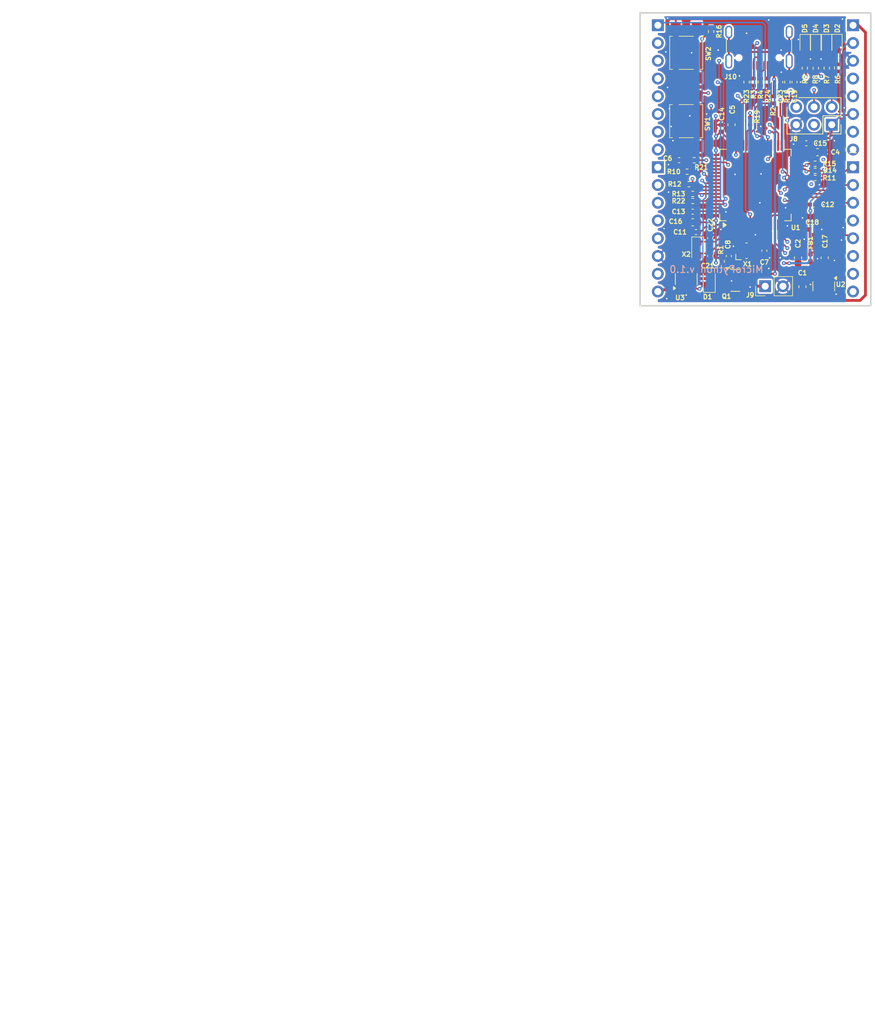
<source format=kicad_pcb>
(kicad_pcb (version 20241229) (generator "pcbnew") (generator_version "9.0")
  (layers (0 "F.Cu" signal) (4 "In1.Cu" signal) (6 "In2.Cu" signal) (2 "B.Cu" signal) (13 "F.Paste" user) (15 "B.Paste" user) (5 "F.SilkS" user "F.Silkscreen") (7 "B.SilkS" user "B.Silkscreen") (1 "F.Mask" user) (3 "B.Mask" user) (25 "Edge.Cuts" user))
  (net 0 "")
  (net 1 "/PB12-Y5")
  (net 2 "/PA9-VBUS")
  (net 3 "/PC13-X18")
  (net 4 "/PB14-Y7")
  (net 5 "Net-(U1-VCAP_1)")
  (net 6 "/PB1-Y12")
  (net 7 "/PB9-Y4")
  (net 8 "/PA7-X8")
  (net 9 "/PC3-X22")
  (net 10 "/PA0-X1")
  (net 11 "/PB3-SW-X17")
  (net 12 "/N1")
  (net 13 "/PB13-Y6")
  (net 14 "/PB5-MMA_AVDD")
  (net 15 "/PB7-SDA-X10")
  (net 16 "/PC11-SDIO_D3")
  (net 17 "/PC9-SDIO_D1")
  (net 18 "/PB11-Y10")
  (net 19 "Net-(U1-VCAP_2)")
  (net 20 "/PA1-X2")
  (net 21 "/PA4-X5")
  (net 22 "/PA3-X4")
  (net 23 "/N4")
  (net 24 "/PC4-X11")
  (net 25 "/PC6-Y1")
  (net 26 "/PB15-Y8")
  (net 27 "/PA8-SDIO_SW")
  (net 28 "/PA5-X6")
  (net 29 "/PA2-X3")
  (net 30 "/PA10-ID")
  (net 31 "/PC1-X20")
  (net 32 "/N3")
  (net 33 "/PB0-Y11")
  (net 34 "/VDDA")
  (net 35 "/PC8-SDIO_D0")
  (net 36 "/PC2-X21")
  (net 37 "/PB6-SCL-X9")
  (net 38 "/PC12-SDIO_CK")
  (net 39 "/PC5-X12")
  (net 40 "/PA6-X7")
  (net 41 "/PC0-X19")
  (net 42 "/RST-SW")
  (net 43 "/PB8-Y3")
  (net 44 "/PC10-SDIO_D2")
  (net 45 "/PC7-Y2")
  (net 46 "/PB10-Y9")
  (net 47 "GND")
  (net 48 "V+")
  (net 49 "+3V3")
  (net 50 "VBackup")
  (net 51 "/R")
  (net 52 "/G")
  (net 53 "/Y")
  (net 54 "VBUS")
  (net 55 "VBAT")
  (net 56 "/B")
  (net 57 "Net-(J10-SHIELD)")
  (net 59 "/USR-SW")
  (net 60 "/PB2-BOOT1-MMA-INT")
  (net 61 "/BOOT0")
  (net 63 "/CC1")
  (net 65 "/CC2")
  (net 66 "/D-")
  (net 67 "/D+")
  (net 68 "/PD2-SDIO_CMD")
  (net 69 "/PA13-SWDIO")
  (net 71 "/PA14-SWCLCK")
  (net 72 "/PA15-TDI")
  (net 73 "/PB4-TRST")
  (net 74 "/N2")
  (net 75 "/USB_P")
  (net 76 "/USB_N")
  (footprint "Package_TO_SOT_SMD:SOT-23" (layer "F.Cu") (at 140.6375 88.58)
    (property "Reference" "Q1")
    (property "Value" "PMF170XP")
  )
  (footprint "LED_SMD:LED_0603_1608Metric" (layer "F.Cu") (at 150.622 54.864 -90)
    (property "Reference" "D5")
    (property "Value" "LED-BLUE")
  )
  (footprint "Capacitor_SMD:C_0402_1005Metric" (layer "F.Cu") (at 137.033 82.55 90)
    (property "Reference" "C22")
    (property "Value" "12pF")
  )
  (footprint "Resistor_SMD:R_0402_1005Metric" (layer "F.Cu") (at 133.731 73.025 180)
    (property "Reference" "R10")
    (property "Value" "100k")
  )
  (footprint "Capacitor_SMD:C_0402_1005Metric" (layer "F.Cu") (at 149.098 60.198 -90)
    (property "Reference" "C19")
    (property "Value" "4.7nF")
  )
  (footprint "Connector_USB:USB_C_Receptacle_GCT_USB4105-xx-A_16P_TopMnt_Horizontal" (layer "F.Cu") (at 144.018 54.102 180)
    (property "Reference" "J10")
    (property "Value" "USB4105-GF-A")
  )
  (footprint "Resistor_SMD:R_0402_1005Metric" (layer "F.Cu") (at 142.24 60.198 -90)
    (property "Reference" "R23")
    (property "Value" "5.1k")
  )
  (footprint "Crystal:Crystal_SMD_2012-2Pin_2.0x1.2mm_HandSoldering" (layer "F.Cu") (at 135.255 84.074 -90)
    (property "Reference" "X2")
    (property "Value" "32.768 kHz")
  )
  (footprint "Capacitor_SMD:C_0603_1608Metric" (layer "F.Cu") (at 140.081 66.294 90)
    (property "Reference" "C5")
    (property "Value" "2u2")
  )
  (footprint "Resistor_SMD:R_0402_1005Metric" (layer "F.Cu") (at 142.748 65.786 -90)
    (property "Reference" "R19")
    (property "Value" "100k")
  )
  (footprint "Resistor_SMD:R_0402_1005Metric" (layer "F.Cu") (at 152.059 72.898 180)
    (property "Reference" "R14")
    (property "Value" "4k7")
  )
  (footprint "Inductor_SMD:L_0402_1005Metric" (layer "F.Cu") (at 151.384 85.344 90)
    (property "Reference" "FB1")
    (property "Value" "1k@100MHz")
  )
  (footprint "Resistor_SMD:R_0402_1005Metric" (layer "F.Cu") (at 152.059 73.914)
    (property "Reference" "R11")
    (property "Value" "100k")
  )
  (footprint "Resistor_SMD:R_0402_1005Metric" (layer "F.Cu") (at 153.7208 58.206 90)
    (property "Reference" "R7")
    (property "Value" "560R")
  )
  (footprint "Resistor_SMD:R_0402_1005Metric" (layer "F.Cu") (at 152.146 58.206 90)
    (property "Reference" "R8")
    (property "Value" "560R")
  )
  (footprint "Connector_PinHeader_2.54mm:PinHeader_1x02_P2.54mm_Vertical" (layer "F.Cu") (at 144.907 89.408 90)
    (property "Reference" "J9")
    (property "Value" "Conn_01x02")
  )
  (footprint "Capacitor_SMD:C_0603_1608Metric" (layer "F.Cu") (at 150.241 89.4865 90)
    (property "Reference" "C1")
    (property "Value" "2u2")
  )
  (footprint "Connector_PinHeader_2.54mm:PinHeader_1x08_P2.54mm_Vertical" (layer "F.Cu") (at 129.54 72.39)
    (property "Reference" "J2" (hide yes))
    (property "Value" "Conn_01x08")
  )
  (footprint "LED_SMD:LED_0603_1608Metric" (layer "F.Cu") (at 155.194 54.8532 -90)
    (property "Reference" "D2")
    (property "Value" "LED-RED")
  )
  (footprint "Resistor_SMD:R_0402_1005Metric" (layer "F.Cu") (at 152.059 71.882 180)
    (property "Reference" "R15")
    (property "Value" "4k7")
  )
  (footprint "Capacitor_SMD:C_0603_1608Metric" (layer "F.Cu") (at 152.4 70.231)
    (property "Reference" "C4")
    (property "Value" "2u2")
  )
  (footprint "Resistor_SMD:R_0402_1005Metric" (layer "F.Cu") (at 150.5712 58.206 90)
    (property "Reference" "R9")
    (property "Value" "270R")
  )
  (footprint "Resistor_SMD:R_0402_1005Metric" (layer "F.Cu") (at 137.16 52.959 90)
    (property "Reference" "R16")
    (property "Value" "4k7")
  )
  (footprint "Resistor_SMD:R_0402_1005Metric" (layer "F.Cu") (at 143.256 60.198 90)
    (property "Reference" "R3")
    (property "Value" "22R")
  )
  (footprint "Capacitor_SMD:C_0402_1005Metric" (layer "F.Cu") (at 150.789 68.961)
    (property "Reference" "C15")
    (property "Value" "100n")
  )
  (footprint "Diode_SMD:D_SOD-323" (layer "F.Cu") (at 136.906 88.68 90)
    (property "Reference" "D1")
    (property "Value" "BAS316-TP")
  )
  (footprint "Crystal:Crystal_SMD_Abracon_ABM10-4Pin_2.5x2.0mm" (layer "F.Cu") (at 142.24 84.328 90)
    (property "Reference" "X1")
    (property "Value" "12 MHz")
  )
  (footprint "Capacitor_SMD:C_0603_1608Metric" (layer "F.Cu") (at 149.606 85.344 90)
    (property "Reference" "C2")
    (property "Value" "4u7")
  )
  (footprint "Connector_PinSocket_2.54mm:PinSocket_2x03_P2.54mm_Vertical" (layer "F.Cu") (at 154.432 66.294 -90)
    (property "Reference" "J8")
    (property "Value" "Conn_02x03_Odd_Even")
  )
  (footprint "Capacitor_SMD:C_0402_1005Metric" (layer "F.Cu") (at 139.7 85.09 -90)
    (property "Reference" "C8")
    (property "Value" "12pF")
  )
  (footprint "Resistor_SMD:R_0402_1005Metric" (layer "F.Cu") (at 134.533 76.2)
    (property "Reference" "R13")
    (property "Value" "4k7")
  )
  (footprint "LED_SMD:LED_0603_1608Metric" (layer "F.Cu") (at 153.7088 54.864 -90)
    (property "Reference" "D3")
    (property "Value" "LED-GREEN")
  )
  (footprint "Capacitor_SMD:C_0402_1005Metric" (layer "F.Cu") (at 151.805 77.724)
    (property "Reference" "C12")
    (property "Value" "100n")
  )
  (footprint "Button_Switch_SMD:SW_SPST_TL3305B" (layer "F.Cu") (at 133.604 65.786 -90)
    (property "Reference" "SW1")
    (property "Value" "SW_SPST")
  )
  (footprint "Capacitor_SMD:C_0402_1005Metric" (layer "F.Cu") (at 132.588 71.374 180)
    (property "Reference" "C6")
    (property "Value" "100n")
  )
  (footprint "Capacitor_SMD:C_0603_1608Metric" (layer "F.Cu") (at 134.533 80.264 180)
    (property "Reference" "C16")
    (property "Value" "4.7u")
  )
  (footprint "Capacitor_SMD:C_0402_1005Metric" (layer "F.Cu") (at 147.066 60.198 90)
    (property "Reference" "C23")
    (property "Value" "100nF")
  )
  (footprint "Resistor_SMD:R_0402_1005Metric" (layer "F.Cu") (at 134.747 71.374)
    (property "Reference" "R21")
    (property "Value" "4k7")
  )
  (footprint "Capacitor_SMD:C_0402_1005Metric" (layer "F.Cu") (at 144.78 84.328 -90)
    (property "Reference" "C7")
    (property "Value" "12pF")
  )
  (footprint "Connector_PinHeader_2.54mm:PinHeader_1x08_P2.54mm_Vertical" (layer "F.Cu") (at 157.48 52.07)
    (property "Reference" "J7" (hide yes))
    (property "Value" "Conn_01x08" (hide yes))
  )
  (footprint "Resistor_SMD:R_0402_1005Metric" (layer "F.Cu") (at 138.684 85.852 90)
    (property "Reference" "R1")
    (property "Value" "100k")
  )
  (footprint "Package_QFP:LQFP-64_10x10mm_P0.5mm" (layer "F.Cu") (at 143.51 74.93 90)
    (property "Reference" "U1")
    (property "Value" "STM32F405RGT6")
  )
  (footprint "Resistor_SMD:R_0402_1005Metric" (layer "F.Cu") (at 134.533 77.216 180)
    (property "Reference" "R22")
    (property "Value" "10k")
  )
  (footprint "Resistor_SMD:R_0402_1005Metric" (layer "F.Cu") (at 148.082 60.198 90)
    (property "Reference" "R18")
    (property "Value" "1M")
  )
  (footprint "Capacitor_SMD:C_0603_1608Metric" (layer "F.Cu") (at 153.416 85.344 -90)
    (property "Reference" "C17")
    (property "Value" "4.7u")
  )
  (footprint "Resistor_SMD:R_0402_1005Metric" (layer "F.Cu") (at 145.288 60.198 -90)
    (property "Reference" "R24")
    (property "Value" "5.1k")
  )
  (footprint "Connector_PinHeader_2.54mm:PinHeader_1x08_P2.54mm_Vertical" (layer "F.Cu") (at 157.48 72.39)
    (property "Reference" "J1")
    (property "Value" "Conn_01x08")
  )
  (footprint "Package_TO_SOT_SMD:SOT-23-5" (layer "F.Cu") (at 133.604 88.392 90)
    (property "Reference" "U3")
    (property "Value" "MIC2005A-1YM5")
  )
  (footprint "Resistor_SMD:R_0402_1005Metric" (layer "F.Cu") (at 133.985 74.803)
    (property "Reference" "R12")
    (property "Value" "4k7")
  )
  (footprint "Package_TO_SOT_SMD:SOT-23" (layer "F.Cu") (at 153.289 89.408 -90)
    (property "Reference" "U2")
    (property "Value" "MCP1700T")
  )
  (footprint "LED_SMD:LED_0603_1608Metric" (layer "F.Cu") (at 152.146 54.864 -90)
    (property "Reference" "D4")
    (property "Value" "LED-YELLOW")
  )
  (footprint "Button_Switch_SMD:SW_SPST_TL3305B" (layer "F.Cu") (at 133.604 56.007 -90)
    (property "Reference" "SW2")
    (property "Value" "SW_SPST")
  )
  (footprint "Resistor_SMD:R_0402_1005Metric" (layer "F.Cu") (at 146.05 62.738 90)
    (property "Reference" "R2")
    (property "Value" "560R")
  )
  (footprint "Capacitor_SMD:C_0402_1005Metric" (layer "F.Cu") (at 134.533 78.74 180)
    (property "Reference" "C13")
    (property "Value" "100n")
  )
  (footprint "Capacitor_SMD:C_0402_1005Metric" (layer "F.Cu") (at 151.638 81.28)
    (property "Reference" "C18")
    (property "Value" "100n")
  )
  (footprint "Connector_PinHeader_2.54mm:PinHeader_1x08_P2.54mm_Vertical" (layer "F.Cu") (at 129.54 52.07)
    (property "Reference" "J6" (hide yes))
    (property "Value" "Conn_01x08" (hide yes))
  )
  (footprint "Resistor_SMD:R_0402_1005Metric" (layer "F.Cu") (at 155.194 58.164 90)
    (property "Reference" "R6")
    (property "Value" "560R")
  )
  (footprint "Capacitor_SMD:C_0402_1005Metric" (layer "F.Cu") (at 135.001 81.661 180)
    (property "Reference" "C11")
    (property "Value" "100n")
  )
  (footprint "Capacitor_SMD:C_0402_1005Metric" (layer "F.Cu") (at 137.033 85.09 -90)
    (property "Reference" "C21")
    (property "Value" "12pF")
  )
  (footprint "Resistor_SMD:R_0402_1005Metric" (layer "F.Cu") (at 144.272 60.198 90)
    (property "Reference" "R4")
    (property "Value" "22R")
  )
  (footprint "Capacitor_SMD:C_0402_1005Metric" (layer "F.Cu") (at 138.557 66.802 90)
    (property "Reference" "C14")
    (property "Value" "100n")
  )
  (gr_rect (start 127 50.292) (end 160.02 92.202) (stroke (width 0.23)) (fill no) (layer "Edge.Cuts"))
  (gr_text "MicroPython v.1.0" (at 137.922 86.995 0) (layer "B.SilkS") (effects (font (size 1 1)) (justify mirror)))
  (segment (start 147.066 65.024) (end 147.26 65.218) (width 0.22) (layer "F.Cu") (net 1))
  (segment (start 147.066 62.738) (end 147.066 65.024) (width 0.22) (layer "F.Cu") (net 1))
  (segment (start 147.26 65.218) (end 147.26 69.255) (width 0.22) (layer "F.Cu") (net 1))
  (via (at 147.066 62.738) (size 0.55) (drill 0.22) (layers "F.Cu" "B.Cu") (net 1))
  (segment (start 142.76 67.552) (end 142.76 69.255) (width 0.22) (layer "F.Cu") (net 2))
  (segment (start 143.51 66.802) (end 142.76 67.552) (width 0.22) (layer "F.Cu") (net 2))
  (segment (start 146.05 63.248) (end 144.143 63.248) (width 0.22) (layer "F.Cu") (net 2))
  (segment (start 144.143 63.248) (end 143.51 63.881) (width 0.22) (layer "F.Cu") (net 2))
  (segment (start 143.51 63.881) (end 143.51 66.802) (width 0.22) (layer "F.Cu") (net 2))
  (segment (start 146.26 67.647) (end 146.26 69.255) (width 0.22) (layer "F.Cu") (net 4))
  (segment (start 145.923 67.31) (end 146.26 67.647) (width 0.22) (layer "F.Cu") (net 4))
  (segment (start 145.542 67.31) (end 145.923 67.31) (width 0.22) (layer "F.Cu") (net 4))
  (via (at 145.542 67.31) (size 0.55) (drill 0.22) (layers "F.Cu" "B.Cu") (net 4))
  (segment (start 151.625 70.358) (end 151.625 70.371) (width 0.22) (layer "F.Cu") (net 5))
  (segment (start 150.316 71.68) (end 149.185 71.68) (width 0.22) (layer "F.Cu") (net 5))
  (segment (start 151.625 70.371) (end 150.316 71.68) (width 0.22) (layer "F.Cu") (net 5))
  (segment (start 149.185 73.68) (end 149.146 73.641) (width 0.22) (layer "F.Cu") (net 6))
  (segment (start 148.33 73.68) (end 147.675 73.025) (width 0.22) (layer "F.Cu") (net 6))
  (segment (start 147.675 73.025) (end 147.395 73.025) (width 0.22) (layer "F.Cu") (net 6))
  (segment (start 149.185 73.68) (end 148.33 73.68) (width 0.22) (layer "F.Cu") (net 6))
  (via (at 148.550425 61.531886) (size 0.55) (drill 0.22) (layers "F.Cu" "B.Cu") (net 6))
  (via (at 147.395 73.025) (size 0.55) (drill 0.22) (layers "F.Cu" "B.Cu") (net 6))
  (segment (start 148.550425 62.142575) (end 147.395 63.298) (width 0.22) (layer "B.Cu") (net 6))
  (segment (start 148.550425 61.531886) (end 148.550425 62.142575) (width 0.22) (layer "B.Cu") (net 6))
  (segment (start 147.395 63.298) (end 147.395 73.025) (width 0.22) (layer "B.Cu") (net 6))
  (segment (start 139.17921 77.71121) (end 139.148 77.68) (width 0.22) (layer "F.Cu") (net 7))
  (segment (start 139.17921 77.748958) (end 139.17921 77.71121) (width 0.22) (layer "F.Cu") (net 7))
  (segment (start 139.148 77.68) (end 137.835 77.68) (width 0.22) (layer "F.Cu") (net 7))
  (via (at 138.103 60.229932) (size 0.55) (drill 0.22) (layers "F.Cu" "B.Cu") (net 7))
  (via (at 139.17921 77.748958) (size 0.55) (drill 0.22) (layers "F.Cu" "B.Cu") (net 7))
  (segment (start 139.17921 77.71121) (end 139.17921 77.748958) (width 0.22) (layer "B.Cu") (net 7))
  (segment (start 138.334932 60.229932) (end 138.517 60.412) (width 0.22) (layer "B.Cu") (net 7))
  (segment (start 138.517 60.412) (end 138.517 77.049) (width 0.22) (layer "B.Cu") (net 7))
  (segment (start 138.103 60.229932) (end 138.334932 60.229932) (width 0.22) (layer "B.Cu") (net 7))
  (segment (start 138.517 77.049) (end 139.17921 77.71121) (width 0.22) (layer "B.Cu") (net 7))
  (segment (start 149.185 75.68) (end 153.682 75.68) (width 0.22) (layer "F.Cu") (net 8))
  (segment (start 156.972 72.39) (end 157.48 72.39) (width 0.22) (layer "F.Cu") (net 8))
  (segment (start 153.682 75.68) (end 156.972 72.39) (width 0.22) (layer "F.Cu") (net 8))
  (segment (start 146.26 83.141) (end 146.26 80.605) (width 0.22) (layer "F.Cu") (net 10))
  (segment (start 147.779481 84.660481) (end 146.26 83.141) (width 0.22) (layer "F.Cu") (net 10))
  (via (at 147.779481 84.660481) (size 0.55) (drill 0.22) (layers "F.Cu" "B.Cu") (net 10))
  (segment (start 135.884832 53.984168) (end 136.4 53.469) (width 0.22) (layer "F.Cu") (net 11))
  (segment (start 135.884832 54.025) (end 135.884832 53.984168) (width 0.22) (layer "F.Cu") (net 11))
  (segment (start 137.012036 74.18) (end 137.835 74.18) (width 0.22) (layer "F.Cu") (net 11))
  (segment (start 136.4 53.469) (end 137.16 53.469) (width 0.22) (layer "F.Cu") (net 11))
  (segment (start 136.161588 73.329552) (end 137.012036 74.18) (width 0.22) (layer "F.Cu") (net 11))
  (via (at 136.161588 73.329552) (size 0.55) (drill 0.22) (layers "F.Cu" "B.Cu") (net 11))
  (via (at 135.884832 54.025) (size 0.55) (drill 0.22) (layers "F.Cu" "B.Cu") (net 11))
  (segment (start 135.884832 73.052796) (end 136.161588 73.329552) (width 0.22) (layer "B.Cu") (net 11))
  (segment (start 135.884832 54.025) (end 135.884832 73.052796) (width 0.22) (layer "B.Cu") (net 11))
  (segment (start 137.823 83.03) (end 138.938 81.915) (width 0.22) (layer "F.Cu") (net 12))
  (segment (start 137.033 83.03) (end 137.823 83.03) (width 0.22) (layer "F.Cu") (net 12))
  (segment (start 135.509 83.149) (end 135.628 83.03) (width 0.22) (layer "F.Cu") (net 12))
  (segment (start 138.938 81.915) (end 140.462 81.915) (width 0.22) (layer "F.Cu") (net 12))
  (segment (start 140.76 81.617) (end 140.76 80.605) (width 0.22) (layer "F.Cu") (net 12))
  (segment (start 135.255 83.149) (end 135.509 83.149) (width 0.22) (layer "F.Cu") (net 12))
  (segment (start 140.462 81.915) (end 140.76 81.617) (width 0.22) (layer "F.Cu") (net 12))
  (segment (start 135.628 83.03) (end 137.033 83.03) (width 0.22) (layer "F.Cu") (net 12))
  (segment (start 145.542 66.294) (end 146.76 67.512) (width 0.22) (layer "F.Cu") (net 13))
  (segment (start 146.76 67.512) (end 146.76 69.255) (width 0.22) (layer "F.Cu") (net 13))
  (via (at 145.542 66.294) (size 0.55) (drill 0.22) (layers "F.Cu" "B.Cu") (net 13))
  (segment (start 135.759 75.18) (end 137.835 75.18) (width 0.22) (layer "F.Cu") (net 14))
  (segment (start 134.6845 73.025) (end 135.255 73.5955) (width 0.22) (layer "F.Cu") (net 14))
  (segment (start 135.255 74.676) (end 135.759 75.18) (width 0.22) (layer "F.Cu") (net 14))
  (segment (start 134.241 73.025) (end 134.6845 73.025) (width 0.22) (layer "F.Cu") (net 14))
  (segment (start 135.255 73.5955) (end 135.255 74.676) (width 0.22) (layer "F.Cu") (net 14))
  (segment (start 137.835 76.18) (end 135.063 76.18) (width 0.22) (layer "F.Cu") (net 15))
  (segment (start 135.063 76.18) (end 135.043 76.2) (width 0.22) (layer "F.Cu") (net 15))
  (via (at 135.828439 76.375025) (size 0.55) (drill 0.22) (layers "F.Cu" "B.Cu") (net 15))
  (segment (start 151.549 71.882) (end 151.036454 71.882) (width 0.22) (layer "F.Cu") (net 18))
  (segment (start 150.738454 72.18) (end 149.185 72.18) (width 0.22) (layer "F.Cu") (net 18))
  (segment (start 151.036454 71.882) (end 150.738454 72.18) (width 0.22) (layer "F.Cu") (net 18))
  (via (at 150.839961 72.078493) (size 0.55) (drill 0.22) (layers "F.Cu" "B.Cu") (net 18))
  (segment (start 140.26 67.248) (end 140.081 67.069) (width 0.22) (layer "F.Cu") (net 19))
  (segment (start 140.26 69.255) (end 140.26 67.248) (width 0.22) (layer "F.Cu") (net 19))
  (segment (start 146.76 82.625) (end 146.76 80.605) (width 0.22) (layer "F.Cu") (net 20))
  (segment (start 148.082 83.947) (end 146.76 82.625) (width 0.22) (layer "F.Cu") (net 20))
  (via (at 148.082 83.947) (size 0.55) (drill 0.22) (layers "F.Cu" "B.Cu") (net 20))
  (segment (start 147.792 77.18) (end 147.701 77.089) (width 0.22) (layer "F.Cu") (net 21))
  (segment (start 149.185 77.18) (end 147.792 77.18) (width 0.22) (layer "F.Cu") (net 21))
  (via (at 147.701 77.089) (size 0.55) (drill 0.22) (layers "F.Cu" "B.Cu") (net 21))
  (segment (start 149.185 79.589) (end 149.987 80.391) (width 0.22) (layer "F.Cu") (net 22))
  (segment (start 149.185 78.68) (end 149.185 79.589) (width 0.22) (layer "F.Cu") (net 22))
  (segment (start 153.924 80.391) (end 155.635377 82.102377) (width 0.22) (layer "F.Cu") (net 22))
  (segment (start 157.032377 82.102377) (end 157.48 82.55) (width 0.22) (layer "F.Cu") (net 22))
  (segment (start 155.635377 82.102377) (end 157.032377 82.102377) (width 0.22) (layer "F.Cu") (net 22))
  (segment (start 149.987 80.391) (end 153.924 80.391) (width 0.22) (layer "F.Cu") (net 22))
  (segment (start 142.26 82.57) (end 142.494 82.804) (width 0.22) (layer "F.Cu") (net 23))
  (segment (start 143.21 83.848) (end 143.065 83.703) (width 0.22) (layer "F.Cu") (net 23))
  (segment (start 144.526 82.804) (end 144.78 83.058) (width 0.22) (layer "F.Cu") (net 23))
  (segment (start 144.78 83.058) (end 144.78 83.848) (width 0.22) (layer "F.Cu") (net 23))
  (segment (start 142.494 82.804) (end 144.526 82.804) (width 0.22) (layer "F.Cu") (net 23))
  (segment (start 142.26 80.605) (end 142.26 82.57) (width 0.22) (layer "F.Cu") (net 23))
  (segment (start 144.78 83.848) (end 143.21 83.848) (width 0.22) (layer "F.Cu") (net 23))
  (segment (start 147.701 75.565) (end 148.086 75.18) (width 0.22) (layer "F.Cu") (net 24))
  (segment (start 148.086 75.18) (end 149.185 75.18) (width 0.22) (layer "F.Cu") (net 24))
  (via (at 147.701 75.565) (size 0.55) (drill 0.22) (layers "F.Cu" "B.Cu") (net 24))
  (segment (start 145.26 69.255) (end 145.26 68.1) (width 0.22) (layer "F.Cu") (net 25))
  (segment (start 145.26 68.1) (end 145.288 68.072) (width 0.22) (layer "F.Cu") (net 25))
  (via (at 145.288 68.072) (size 0.55) (drill 0.22) (layers "F.Cu" "B.Cu") (net 25))
  (segment (start 144.907 67.691) (end 144.907 52.07) (width 0.22) (layer "B.Cu") (net 25))
  (segment (start 144.907 52.07) (end 144.521149 51.684149) (width 0.22) (layer "B.Cu") (net 25))
  (segment (start 144.521149 51.684149) (end 129.925851 51.684149) (width 0.22) (layer "B.Cu") (net 25))
  (segment (start 145.288 68.072) (end 144.907 67.691) (width 0.22) (layer "B.Cu") (net 25))
  (segment (start 129.925851 51.684149) (end 129.54 52.07) (width 0.22) (layer "B.Cu") (net 25))
  (segment (start 145.76 70.775) (end 145.76 69.255) (width 0.22) (layer "F.Cu") (net 26))
  (segment (start 145.288 71.247) (end 145.76 70.775) (width 0.22) (layer "F.Cu") (net 26))
  (via (at 145.288 71.247) (size 0.55) (drill 0.22) (layers "F.Cu" "B.Cu") (net 26))
  (segment (start 149.185 76.68) (end 154.404 76.68) (width 0.22) (layer "F.Cu") (net 28))
  (segment (start 155.194 77.47) (end 157.48 77.47) (width 0.22) (layer "F.Cu") (net 28))
  (segment (start 154.404 76.68) (end 155.194 77.47) (width 0.22) (layer "F.Cu") (net 28))
  (segment (start 148.082 83.058) (end 147.26 82.236) (width 0.22) (layer "F.Cu") (net 29))
  (segment (start 147.26 82.236) (end 147.26 80.605) (width 0.22) (layer "F.Cu") (net 29))
  (via (at 148.082 83.058) (size 0.55) (drill 0.22) (layers "F.Cu" "B.Cu") (net 29))
  (segment (start 142.299 67.251) (end 142.748 66.802) (width 0.22) (layer "F.Cu") (net 30))
  (segment (start 142.26 69.255) (end 142.26 69.195) (width 0.22) (layer "F.Cu") (net 30))
  (segment (start 142.748 66.802) (end 142.748 66.296) (width 0.22) (layer "F.Cu") (net 30))
  (segment (start 142.26 69.195) (end 142.299 69.156) (width 0.22) (layer "F.Cu") (net 30))
  (segment (start 142.299 69.156) (end 142.299 67.251) (width 0.22) (layer "F.Cu") (net 30))
  (segment (start 141.605 82.804) (end 141.76 82.649) (width 0.22) (layer "F.Cu") (net 32))
  (segment (start 141.415 84.953) (end 141.164546 84.702546) (width 0.22) (layer "F.Cu") (net 32))
  (segment (start 140.081 82.804) (end 141.605 82.804) (width 0.22) (layer "F.Cu") (net 32))
  (segment (start 141.76 82.649) (end 141.76 80.605) (width 0.22) (layer "F.Cu") (net 32))
  (segment (start 139.7 83.185) (end 140.081 82.804) (width 0.22) (layer "F.Cu") (net 32))
  (segment (start 141.164546 84.702546) (end 139.792546 84.702546) (width 0.22) (layer "F.Cu") (net 32))
  (segment (start 139.792546 84.702546) (end 139.7 84.61) (width 0.22) (layer "F.Cu") (net 32))
  (segment (start 139.7 84.61) (end 139.7 83.185) (width 0.22) (layer "F.Cu") (net 32))
  (segment (start 148.082 65.659) (end 148.826 64.915) (width 0.22) (layer "F.Cu") (net 33))
  (segment (start 157.335 64.915) (end 157.48 64.77) (width 0.22) (layer "F.Cu") (net 33))
  (segment (start 147.9035 74.18) (end 149.185 74.18) (width 0.22) (layer "F.Cu") (net 33))
  (segment (start 147.60575 73.88225) (end 147.9035 74.18) (width 0.22) (layer "F.Cu") (net 33))
  (segment (start 148.826 64.915) (end 157.335 64.915) (width 0.22) (layer "F.Cu") (net 33))
  (via (at 148.082 65.659) (size 0.55) (drill 0.22) (layers "F.Cu" "B.Cu") (net 33))
  (via (at 147.60575 73.88225) (size 0.55) (drill 0.22) (layers "F.Cu" "B.Cu") (net 33))
  (segment (start 148.082 73.406) (end 147.60575 73.88225) (width 0.22) (layer "B.Cu") (net 33))
  (segment (start 148.082 65.659) (end 148.082 73.406) (width 0.23) (layer "B.Cu") (net 33))
  (segment (start 151.232432 81.354432) (end 151.158 81.28) (width 0.22) (layer "F.Cu") (net 34))
  (segment (start 147.828 79.248) (end 146.05 79.248) (width 0.22) (layer "F.Cu") (net 34))
  (segment (start 151.158 81.28) (end 149.86 81.28) (width 0.22) (layer "F.Cu") (net 34))
  (segment (start 151.232432 84.5565) (end 151.232432 81.354432) (width 0.22) (layer "F.Cu") (net 34))
  (segment (start 146.05 79.248) (end 145.76 79.538) (width 0.22) (layer "F.Cu") (net 34))
  (segment (start 145.76 79.538) (end 145.76 80.605) (width 0.22) (layer "F.Cu") (net 34))
  (segment (start 153.4035 84.5565) (end 151.232432 84.5565) (width 0.22) (layer "F.Cu") (net 34))
  (segment (start 153.416 84.569) (end 153.4035 84.5565) (width 0.22) (layer "F.Cu") (net 34))
  (segment (start 149.86 81.28) (end 147.828 79.248) (width 0.22) (layer "F.Cu") (net 34))
  (segment (start 134.499985 74.043679) (end 134.499985 74.798015) (width 0.22) (layer "F.Cu") (net 37))
  (segment (start 134.600482 74.803) (end 135.477482 75.68) (width 0.22) (layer "F.Cu") (net 37))
  (segment (start 135.477482 75.68) (end 137.835 75.68) (width 0.22) (layer "F.Cu") (net 37))
  (segment (start 134.495 74.803) (end 134.600482 74.803) (width 0.22) (layer "F.Cu") (net 37))
  (segment (start 134.499985 74.798015) (end 134.495 74.803) (width 0.22) (layer "F.Cu") (net 37))
  (segment (start 134.497193 74.800807) (end 134.495 74.803) (width 0.22) (layer "F.Cu") (net 37))
  (segment (start 134.498058 74.041752) (end 134.499985 74.043679) (width 0.22) (layer "F.Cu") (net 37))
  (via (at 134.498058 74.041752) (size 0.55) (drill 0.22) (layers "F.Cu" "B.Cu") (net 37))
  (segment (start 134.498058 74.041752) (end 134.415 73.958694) (width 0.22) (layer "B.Cu") (net 37))
  (segment (start 146.812 75.736664) (end 146.812 75.148626) (width 0.22) (layer "F.Cu") (net 39))
  (segment (start 147.170668 76.095332) (end 146.812 75.736664) (width 0.22) (layer "F.Cu") (net 39))
  (segment (start 146.812 75.148626) (end 147.280626 74.68) (width 0.22) (layer "F.Cu") (net 39))
  (segment (start 147.280626 74.68) (end 149.185 74.68) (width 0.22) (layer "F.Cu") (net 39))
  (via (at 147.170668 76.095332) (size 0.55) (drill 0.22) (layers "F.Cu" "B.Cu") (net 39))
  (segment (start 155.448 74.93) (end 157.48 74.93) (width 0.22) (layer "F.Cu") (net 40))
  (segment (start 154.198 76.18) (end 155.448 74.93) (width 0.22) (layer "F.Cu") (net 40))
  (segment (start 149.185 76.18) (end 154.198 76.18) (width 0.22) (layer "F.Cu") (net 40))
  (segment (start 134.237 70.253) (end 135.104 69.386) (width 0.23) (layer "F.Cu") (net 42))
  (segment (start 142.760001 80.604999) (end 142.76 80.605) (width 0.22) (layer "F.Cu") (net 42))
  (segment (start 134.237 71.374) (end 134.237 70.253) (width 0.23) (layer "F.Cu") (net 42))
  (segment (start 136.746588 61.76) (end 135.53 61.76) (width 0.22) (layer "F.Cu") (net 42))
  (segment (start 151.901061 61.336341) (end 151.892 61.345402) (width 0.22) (layer "F.Cu") (net 42))
  (segment (start 135.104 62.186) (end 135.104 69.386) (width 0.23) (layer "F.Cu") (net 42))
  (segment (start 133.068 71.374) (end 134.237 71.374) (width 0.23) (layer "F.Cu") (net 42))
  (segment (start 151.892 61.345402) (end 151.892 63.754) (width 0.22) (layer "F.Cu") (net 42))
  (segment (start 142.760001 79.121) (end 142.760001 80.604999) (width 0.22) (layer "F.Cu") (net 42))
  (segment (start 135.53 61.76) (end 135.104 62.186) (width 0.22) (layer "F.Cu") (net 42))
  (via (at 151.901061 61.336341) (size 0.55) (drill 0.22) (layers "F.Cu" "B.Cu") (net 42))
  (via (at 140.97 62.153) (size 0.55) (drill 0.22) (layers "F.Cu" "B.Cu") (net 42))
  (via (at 142.760001 79.121) (size 0.55) (drill 0.22) (layers "F.Cu" "B.Cu") (net 42))
  (via (at 136.746588 61.76) (size 0.55) (drill 0.22) (layers "F.Cu" "B.Cu") (net 42))
  (segment (start 142.113 78.473999) (end 142.760001 79.121) (width 0.22) (layer "B.Cu") (net 42))
  (segment (start 140.97 62.153) (end 142.113 63.296) (width 0.22) (layer "B.Cu") (net 42))
  (segment (start 142.113 63.296) (end 142.113 78.473999) (width 0.22) (layer "B.Cu") (net 42))
  (segment (start 139.2555 76.8985) (end 138.938 77.216) (width 0.22) (layer "F.Cu") (net 43))
  (segment (start 138.938 77.216) (end 137.871 77.216) (width 0.22) (layer "F.Cu") (net 43))
  (segment (start 137.871 77.216) (end 137.835 77.18) (width 0.22) (layer "F.Cu") (net 43))
  (via (at 138.303 57.15) (size 0.55) (drill 0.22) (layers "F.Cu" "B.Cu") (net 43))
  (via (at 139.2555 76.8985) (size 0.55) (drill 0.22) (layers "F.Cu" "B.Cu") (net 43))
  (segment (start 139.2555 76.8985) (end 138.938 76.581) (width 0.22) (layer "B.Cu") (net 43))
  (segment (start 138.938 76.581) (end 138.938 60.237616) (width 0.22) (layer "B.Cu") (net 43))
  (segment (start 138.303 59.602616) (end 138.303 57.15) (width 0.22) (layer "B.Cu") (net 43))
  (segment (start 138.938 60.237616) (end 138.303 59.602616) (width 0.22) (layer "B.Cu") (net 43))
  (segment (start 144.76 68.432036) (end 144.76 69.255) (width 0.22) (layer "F.Cu") (net 45))
  (segment (start 143.764 67.945) (end 144.272964 67.945) (width 0.22) (layer "F.Cu") (net 45))
  (segment (start 144.272964 67.945) (end 144.76 68.432036) (width 0.22) (layer "F.Cu") (net 45))
  (via (at 143.764 67.945) (size 0.55) (drill 0.22) (layers "F.Cu" "B.Cu") (net 45))
  (via (at 143.764 54.61) (size 0.55) (drill 0.22) (layers "F.Cu" "B.Cu") (net 45))
  (segment (start 143.383 67.564) (end 143.764 67.945) (width 0.22) (layer "B.Cu") (net 45))
  (segment (start 143.764 54.61) (end 143.383 54.991) (width 0.22) (layer "B.Cu") (net 45))
  (segment (start 143.383 54.991) (end 143.383 67.564) (width 0.22) (layer "B.Cu") (net 45))
  (segment (start 150.797885 72.986716) (end 150.797885 72.830617) (width 0.22) (layer "F.Cu") (net 46))
  (segment (start 150.797885 72.986716) (end 150.886601 72.898) (width 0.22) (layer "F.Cu") (net 46))
  (segment (start 150.886601 72.898) (end 151.549 72.898) (width 0.22) (layer "F.Cu") (net 46))
  (segment (start 150.647268 72.68) (end 149.185 72.68) (width 0.22) (layer "F.Cu") (net 46))
  (segment (start 150.797885 72.830617) (end 150.647268 72.68) (width 0.22) (layer "F.Cu") (net 46))
  (via (at 150.797885 72.986716) (size 0.55) (drill 0.22) (layers "F.Cu" "B.Cu") (net 46))
  (segment (start 133.604 90.678) (end 133.604 89.408) (width 0.22) (layer "F.Cu") (net 47))
  (segment (start 149.479 84.455) (end 149.606 84.582) (width 0.22) (layer "F.Cu") (net 47))
  (segment (start 134.521 82.07) (end 134.521 81.661) (width 0.22) (layer "F.Cu") (net 47))
  (segment (start 151.506651 68.933576) (end 151.283574 69.156653) (width 0.22) (layer "F.Cu") (net 47))
  (segment (start 147.212935 57.820439) (end 147.212935 58.788999) (width 0.22) (layer "F.Cu") (net 47))
  (segment (start 152.654 73.914) (end 152.654 74.88256) (width 0.22) (layer "F.Cu") (net 47))
  (segment (start 153.175 69.101) (end 153.175 70.358) (width 0.22) (layer "F.Cu") (net 47))
  (segment (start 138.557 66.322) (end 138.557 65.786) (width 0.22) (layer "F.Cu") (net 47))
  (segment (start 153.007576 68.933576) (end 153.175 69.101) (width 0.22) (layer "F.Cu") (net 47))
  (segment (start 136.821 82.282) (end 134.733 82.282) (width 0.22) (layer "F.Cu") (net 47))
  (segment (start 145.504201 61.443393) (end 145.437303 61.443393) (width 0.22) (layer "F.Cu") (net 47))
  (segment (start 139.7 85.57) (end 138.912 85.57) (width 0.22) (layer "F.Cu") (net 47))
  (segment (start 148.082 60.708) (end 149.068 60.708) (width 0.22) (layer "F.Cu") (net 47))
  (segment (start 147.066 60.678) (end 148.052 60.678) (width 0.22) (layer "F.Cu") (net 47))
  (segment (start 138.689244 78.18) (end 137.835 78.18) (width 0.22) (layer "F.Cu") (net 47))
  (segment (start 134.733 82.282) (end 134.521 82.07) (width 0.22) (layer "F.Cu") (net 47))
  (segment (start 138.824 65.519) (end 140.081 65.519) (width 0.22) (layer "F.Cu") (net 47))
  (segment (start 139.827 65.229492) (end 140.116508 65.519) (width 0.22) (layer "F.Cu") (net 47))
  (segment (start 137.033 82.07) (end 136.821 82.282) (width 0.22) (layer "F.Cu") (net 47))
  (segment (start 152.240277 68.933576) (end 151.506651 68.933576) (width 0.22) (layer "F.Cu") (net 47))
  (segment (start 145.272138 80.625857) (end 145.272138 82.280138) (width 0.22) (layer "F.Cu") (net 47))
  (segment (start 138.912 85.57) (end 138.684 85.342) (width 0.22) (layer "F.Cu") (net 47))
  (segment (start 145.272138 82.280138) (end 145.288 82.296) (width 0.22) (layer "F.Cu") (net 47))
  (segment (start 134.112 77.216) (end 133.14344 77.216) (width 0.22) (layer "F.Cu") (net 47))
  (segment (start 145.520531 61.459723) (end 145.504201 61.443393) (width 0.22) (layer "F.Cu") (net 47))
  (segment (start 141.363797 83.69866) (end 140.347797 83.69866) (width 0.22) (layer "F.Cu") (net 47))
  (segment (start 140.116508 65.519) (end 140.081 65.519) (width 0.22) (layer "F.Cu") (net 47))
  (segment (start 152.240277 68.933576) (end 153.007576 68.933576) (width 0.22) (layer "F.Cu") (net 47))
  (segment (start 138.557 65.786) (end 138.824 65.519) (width 0.22) (layer "F.Cu") (net 47))
  (segment (start 149.068 60.708) (end 149.098 60.678) (width 0.22) (layer "F.Cu") (net 47))
  (segment (start 148.052 60.678) (end 148.082 60.708) (width 0.22) (layer "F.Cu") (net 47))
  (segment (start 139.28477 78.775526) (end 138.689244 78.18) (width 0.22) (layer "F.Cu") (net 47))
  (segment (start 152.285 77.724) (end 153.25356 77.724) (width 0.22) (layer "F.Cu") (net 47))
  (via (at 131.064 72.009) (size 0.55) (drill 0.22) (layers "F.Cu" "B.Cu") (net 47))
  (via (at 141.224 59.309) (size 0.55) (drill 0.22) (layers "F.Cu" "B.Cu") (net 47))
  (via (at 147.828 78.182534) (size 0.55) (drill 0.22) (layers "F.Cu" "B.Cu") (net 47))
  (via (at 150.241 79.629) (size 0.55) (drill 0.22) (layers "F.Cu" "B.Cu") (net 47))
  (via (at 152.654 74.88256) (size 0.55) (drill 0.22) (layers "F.Cu" "B.Cu") (net 47))
  (via (at 152.4 85.471) (size 0.55) (drill 0.22) (layers "F.Cu" "B.Cu") (net 47))
  (via (at 131.445 66.548) (size 0.55) (drill 0.22) (layers "F.Cu" "B.Cu") (net 47))
  (via (at 155.067 90.551) (size 0.55) (drill 0.22) (layers "F.Cu" "B.Cu") (net 47))
  (via (at 152.99956 81.28) (size 0.55) (drill 0.22) (layers "F.Cu" "B.Cu") (net 47))
  (via (at 144.272 66.548) (size 0.55) (drill 0.22) (layers "F.Cu" "B.Cu") (net 47))
  (via (at 156.083 81.026) (size 0.55) (drill 0.22) (layers "F.Cu" "B.Cu") (net 47))
  (via (at 142.748 89.535) (size 0.55) (drill 0.22) (layers "F.Cu" "B.Cu") (net 47))
  (via (at 138.176 55.626) (size 0.55) (drill 0.22) (layers "F.Cu" "B.Cu") (net 47))
  (via (at 152.240277 68.933576) (size 0.55) (drill 0.22) (layers "F.Cu" "B.Cu") (net 47))
  (via (at 130.937 51.054) (size 0.55) (drill 0.22) (layers "F.Cu" "B.Cu") (net 47))
  (via (at 149.65344 54.102) (size 0.55) (drill 0.22) (layers "F.Cu" "B.Cu") (net 47))
  (via (at 150.495 82.677) (size 0.55) (drill 0.22) (layers "F.Cu" "B.Cu") (net 47))
  (via (at 134.112 65.024) (size 0.55) (drill 0.22) (layers "F.Cu" "B.Cu") (net 47))
  (via (at 147.212935 58.788999) (size 0.55) (drill 0.22) (layers "F.Cu" "B.Cu") (net 47))
  (via (at 140.589 73.406) (size 0.55) (drill 0.22) (layers "F.Cu" "B.Cu") (net 47))
  (via (at 130.81 91.186) (size 0.55) (drill 0.22) (layers "F.Cu" "B.Cu") (net 47))
  (via (at 152.908 56.896) (size 0.55) (drill 0.22) (layers "F.Cu" "B.Cu") (net 47))
  (via (at 145.520531 61.459723) (size 0.55) (drill 0.22) (layers "F.Cu" "B.Cu") (net 47))
  (via (at 152.654 60.071) (size 0.55) (drill 0.22) (layers "F.Cu" "B.Cu") (net 47))
  (via (at 154.813 85.725) (size 0.55) (drill 0.22) (layers "F.Cu" "B.Cu") (net 47))
  (via (at 151.384 56.896) (size 0.55) (drill 0.22) (layers "F.Cu" "B.Cu") (net 47))
  (via (at 147.066 85.344) (size 0.55) (drill 0.22) (layers "F.Cu" "B.Cu") (net 47))
  (via (at 130.683 55.88) (size 0.55) (drill 0.22) (layers "F.Cu" "B.Cu") (net 47))
  (via (at 145.542 65.278) (size 0.55) (drill 0.22) (layers "F.Cu" "B.Cu") (net 47))
  (via (at 136.525 64.77) (size 0.55) (drill 0.22) (layers "F.Cu" "B.Cu") (net 47))
  (via (at 133.14344 77.216) (size 0.55) (drill 0.22) (layers "F.Cu" "B.Cu") (net 47))
  (via (at 149.96328 60.198) (size 0.55) (drill 0.22) (layers "F.Cu" "B.Cu") (net 47))
  (via (at 147.193 55.626) (size 0.55) (drill 0.22) (layers "F.Cu" "B.Cu") (net 47))
  (via (at 131.699 68.58) (size 0.55) (drill 0.22) (layers "F.Cu" "B.Cu") (net 47))
  (via (at 133.604 90.678) (size 0.55) (drill 0.22) (layers "F.Cu" "B.Cu") (net 47))
  (via (at 144.145 77.47) (size 0.55) (drill 0.22) (layers "F.Cu" "B.Cu") (net 47))
  (via (at 145.415 86.868) (size 0.55) (drill 0.22) (layers "F.Cu" "B.Cu") (net 47))
  (via (at 156.222979 63.881) (size 0.55) (drill 0.22) (layers "F.Cu" "B.Cu") (net 47))
  (via (at 140.347797 83.69866) (size 0.55) (drill 0.22) (layers "F.Cu" "B.Cu") (net 47))
  (via (at 130.937 60.96) (size 0.55) (drill 0.22) (layers "F.Cu" "B.Cu") (net 47))
  (via (at 139.827 64.389) (size 0.55) (drill 0.22) (layers "F.Cu" "B.Cu") (net 47))
  (via (at 140.208 86.741) (size 0.55) (drill 0.22) (layers "F.Cu" "B.Cu") (net 47))
  (via (at 142.24 53.213) (size 0.55) (drill 0.22) (layers "F.Cu" "B.Cu") (net 47))
  (via (at 135.298832 72.812017) (size 0.55) (drill 0.22) (layers "F.Cu" "B.Cu") (net 47))
  (via (at 147.574 61.468) (size 0.55) (drill 0.22) (layers "F.Cu" "B.Cu") (net 47))
  (via (at 139.28477 78.775526) (size 0.55) (drill 0.22) (layers "F.Cu" "B.Cu") (net 47))
  (via (at 148.082 80.772) (size 0.55) (drill 0.22) (layers "F.Cu" "B.Cu") (net 47))
  (via (at 148.971 69.088) (size 0.55) (drill 0.22) (layers "F.Cu" "B.Cu") (net 47))
  (via (at 134.366 56.007) (size 0.55) (drill 0.22) (layers "F.Cu" "B.Cu") (net 47))
  (via (at 145.542 85.344) (size 0.55) (drill 0.22) (layers "F.Cu" "B.Cu") (net 47))
  (via (at 130.429 81.153) (size 0.55) (drill 0.22) (layers "F.Cu" "B.Cu") (net 47))
  (via (at 143.51 82.042) (size 0.55) (drill 0.22) (layers "F.Cu" "B.Cu") (net 47))
  (via (at 151.384 89.154) (size 0.55) (drill 0.22) (layers "F.Cu" "B.Cu") (net 47))
  (via (at 145.415 51.308) (size 0.55) (drill 0.22) (layers "F.Cu" "B.Cu") (net 47))
  (via (at 155.829 82.804) (size 0.55) (drill 0.22) (layers "F.Cu" "B.Cu") (net 47))
  (via (at 131.064 75.946) (size 0.55) (drill 0.22) (layers "F.Cu" "B.Cu") (net 47))
  (via (at 140.081 88.646) (size 0.55) (drill 0.22) (layers "F.Cu" "B.Cu") (net 47))
  (via (at 153.25356 77.724) (size 0.55) (drill 0.22) (layers "F.Cu" "B.Cu") (net 47))
  (via (at 138.557 81.28) (size 0.55) (drill 0.22) (layers "F.Cu" "B.Cu") (net 47))
  (via (at 131.191 64.008) (size 0.55) (drill 0.22) (layers "F.Cu" "B.Cu") (net 47))
  (via (at 154.813 68.58) (size 0.55) (drill 0.22) (layers "F.Cu" "B.Cu") (net 47))
  (via (at 155.956 51.181) (size 0.55) (drill 0.22) (layers "F.Cu" "B.Cu") (net 47))
  (via (at 144.313795 73.334172) (size 0.55) (drill 0.22) (layers "F.Cu" "B.Cu") (net 47))
  (segment (start 138.684 89.535) (end 138.489 89.73) (width 0.4) (layer "F.Cu") (net 48))
  (segment (start 141.346 89.53) (end 143.256 91.44) (width 0.4) (layer "F.Cu") (net 48))
  (segment (start 132.4 89.916) (end 129.794 89.916) (width 0.4) (layer "F.Cu") (net 48))
  (segment (start 132.654 90.17) (end 132.4 89.916) (width 0.4) (layer "F.Cu") (net 48))
  (segment (start 153.1265 90.183) (end 153.289 90.3455) (width 0.4) (layer "F.Cu") (net 48))
  (segment (start 136.906 89.73) (end 136.906 91.186) (width 0.4) (layer "F.Cu") (net 48))
  (segment (start 138.489 89.73) (end 136.906 89.73) (width 0.4) (layer "F.Cu") (net 48))
  (segment (start 139.695 89.535) (end 138.684 89.535) (width 0.4) (layer "F.Cu") (net 48))
  (segment (start 158.242 52.07) (end 157.48 52.07) (width 0.4) (layer "F.Cu") (net 48))
  (segment (start 150.3195 90.183) (end 153.1265 90.183) (width 0.4) (layer "F.Cu") (net 48))
  (segment (start 153.289 90.3455) (end 153.289 90.684615) (width 0.4) (layer "F.Cu") (net 48))
  (segment (start 159.258 90.678) (end 159.258 53.086) (width 0.4) (layer "F.Cu") (net 48))
  (segment (start 149.0625 91.44) (end 150.3195 90.183) (width 0.4) (layer "F.Cu") (net 48))
  (segment (start 132.969 91.44) (end 132.654 91.125) (width 0.4) (layer "F.Cu") (net 48))
  (segment (start 154.044385 91.44) (end 158.496 91.44) (width 0.4) (layer "F.Cu") (net 48))
  (segment (start 136.906 91.186) (end 136.652 91.44) (width 0.4) (layer "F.Cu") (net 48))
  (segment (start 159.258 53.086) (end 158.242 52.07) (width 0.4) (layer "F.Cu") (net 48))
  (segment (start 158.496 91.44) (end 159.258 90.678) (width 0.4) (layer "F.Cu") (net 48))
  (segment (start 129.794 89.916) (end 129.54 90.17) (width 0.4) (layer "F.Cu") (net 48))
  (segment (start 139.7 89.53) (end 141.346 89.53) (width 0.4) (layer "F.Cu") (net 48))
  (segment (start 132.654 91.125) (end 132.654 89.5295) (width 0.4) (layer "F.Cu") (net 48))
  (segment (start 139.7 89.53) (end 139.695 89.535) (width 0.4) (layer "F.Cu") (net 48))
  (segment (start 136.652 91.44) (end 132.969 91.44) (width 0.4) (layer "F.Cu") (net 48))
  (segment (start 143.256 91.44) (end 149.0625 91.44) (width 0.4) (layer "F.Cu") (net 48))
  (segment (start 153.289 90.684615) (end 154.044385 91.44) (width 0.4) (layer "F.Cu") (net 48))
  (segment (start 137.894 67.945) (end 138.557 67.282) (width 0.25) (layer "F.Cu") (net 49))
  (segment (start 154.051 68.199) (end 154.432 67.818) (width 0.25) (layer "F.Cu") (net 49))
  (segment (start 133.475 76.071) (end 133.475 74.803) (width 0.22) (layer "F.Cu") (net 49))
  (segment (start 151.281 77.68) (end 149.185 77.68) (width 0.22) (layer "F.Cu") (net 49))
  (segment (start 137.8585 80.0145) (end 137.3415 80.0145) (width 0.25) (layer "F.Cu") (net 49))
  (segment (start 149.606 86.119) (end 151.3715 86.119) (width 0.22) (layer "F.Cu") (net 49))
  (segment (start 132.588 76.2) (end 132.334 76.454) (width 0.22) (layer "F.Cu") (net 49))
  (segment (start 150.309 69.088) (end 150.309 68.639) (width 0.25) (layer "F.Cu") (net 49))
  (segment (start 151.384 86.614) (end 151.384 86.1315) (width 0.26) (layer "F.Cu") (net 49))
  (segment (start 150.749 68.199) (end 154.051 68.199) (width 0.25) (layer "F.Cu") (net 49))
  (segment (start 132.588 77.978) (end 134.874 77.978) (width 0.22) (layer "F.Cu") (net 49))
  (segment (start 135.073 78.68) (end 135.013 78.74) (width 0.22) (layer "F.Cu") (net 49))
  (segment (start 132.334 76.454) (end 132.334 77.724) (width 0.22) (layer "F.Cu") (net 49))
  (segment (start 149.882021 71.18) (end 150.309 70.753021) (width 0.22) (layer "F.Cu") (net 49))
  (segment (start 138.557 67.282) (end 138.8885 67.6135) (width 0.22) (layer "F.Cu") (net 49))
  (segment (start 151.325 77.724) (end 151.281 77.68) (width 0.22) (layer "F.Cu") (net 49))
  (segment (start 150.309 70.753021) (end 150.309 69.088) (width 0.22) (layer "F.Cu") (net 49))
  (segment (start 151.325 78.554) (end 151.384 78.613) (width 0.22) (layer "F.Cu") (net 49))
  (segment (start 154.432 67.818) (end 154.432 66.294) (width 0.25) (layer "F.Cu") (net 49))
  (segment (start 134.874 77.978) (end 135.013 78.117) (width 0.22) (layer "F.Cu") (net 49))
  (segment (start 134.023 76.2) (end 132.588 76.2) (width 0.22) (layer "F.Cu") (net 49))
  (segment (start 151.3715 86.119) (end 151.384 86.1315) (width 0.22) (layer "F.Cu") (net 49))
  (segment (start 135.308 80.264) (end 135.308 79.174) (width 0.22) (layer "F.Cu") (net 49))
  (segment (start 135.013 78.117) (end 135.013 78.74) (width 0.22) (layer "F.Cu") (net 49))
  (segment (start 152.339 87.569) (end 151.384 86.614) (width 0.26) (layer "F.Cu") (net 49))
  (segment (start 149.185 71.18) (end 149.882021 71.18) (width 0.22) (layer "F.Cu") (net 49))
  (segment (start 137.835 78.68) (end 135.073 78.68) (width 0.22) (layer "F.Cu") (net 49))
  (segment (start 135.013 78.879) (end 135.013 78.74) (width 0.22) (layer "F.Cu") (net 49))
  (segment (start 153.162 72.898) (end 152.569 72.898) (width 0.22) (layer "F.Cu") (net 49))
  (segment (start 133.604 76.2) (end 133.475 76.071) (width 0.22) (layer "F.Cu") (net 49))
  (segment (start 136.469832 71.374) (end 135.257 71.374) (width 0.23) (layer "F.Cu") (net 49))
  (segment (start 148.336 86.106) (end 148.349 86.119) (width 0.22) (layer "F.Cu") (net 49))
  (segment (start 151.325 77.724) (end 151.325 78.554) (width 0.22) (layer "F.Cu") (net 49))
  (segment (start 139.76 68.485) (end 139.76 69.255) (width 0.22) (layer "F.Cu") (net 49))
  (segment (start 137.092 80.264) (end 135.308 80.264) (width 0.25) (layer "F.Cu") (net 49))
  (segment (start 152.569 71.882) (end 152.569 72.898) (width 0.22) (layer "F.Cu") (net 49))
  (segment (start 150.309 68.639) (end 150.749 68.199) (width 0.25) (layer "F.Cu") (net 49))
  (segment (start 152.339 88.4705) (end 152.339 87.569) (width 0.26) (layer "F.Cu") (net 49))
  (segment (start 153.289 72.771) (end 153.162 72.898) (width 0.22) (layer "F.Cu") (net 49))
  (segment (start 149.606 86.119) (end 147.574 86.119) (width 0.3) (layer "F.Cu") (net 49))
  (segment (start 135.308 79.174) (end 135.013 78.879) (width 0.22) (layer "F.Cu") (net 49))
  (segment (start 138.8885 67.6135) (end 139.76 68.485) (width 0.22) (layer "F.Cu") (net 49))
  (segment (start 134.023 76.2) (end 133.604 76.2) (width 0.22) (layer "F.Cu") (net 49))
  (segment (start 137.8585 67.945) (end 137.894 67.945) (width 0.25) (layer "F.Cu") (net 49))
  (segment (start 142.748 65.276) (end 142.748 64.643) (width 0.22) (layer "F.Cu") (net 49))
  (segment (start 132.334 77.724) (end 132.588 77.978) (width 0.22) (layer "F.Cu") (net 49))
  (segment (start 137.3415 80.0145) (end 137.092 80.264) (width 0.25) (layer "F.Cu") (net 49))
  (via (at 137.8585 80.0145) (size 0.55) (drill 0.22) (layers "F.Cu" "B.Cu") (net 49))
  (via (at 137.81872 65.07072) (size 0.55) (drill 0.22) (layers "F.Cu" "B.Cu") (net 49))
  (via (at 151.384 78.613) (size 0.55) (drill 0.22) (layers "F.Cu" "B.Cu") (net 49))
  (via (at 136.469832 71.374) (size 0.55) (drill 0.22) (layers "F.Cu" "B.Cu") (net 49))
  (via (at 153.289 72.771) (size 0.55) (drill 0.22) (layers "F.Cu" "B.Cu") (net 49))
  (via (at 137.8585 86.0425) (size 0.55) (drill 0.22) (layers "F.Cu" "B.Cu") (net 49))
  (via (at 142.748 64.643) (size 0.55) (drill 0.22) (layers "F.Cu" "B.Cu") (net 49))
  (via (at 148.349 86.119) (size 0.55) (drill 0.22) (layers "F.Cu" "B.Cu") (net 49))
  (via (at 137.8585 69.977) (size 0.55) (drill 0.22) (layers "F.Cu" "B.Cu") (net 49))
  (via (at 147.574 86.106) (size 0.55) (drill 0.22) (layers "F.Cu" "B.Cu") (net 49))
  (via (at 137.8585 67.945) (size 0.55) (drill 0.22) (layers "F.Cu" "B.Cu") (net 49))
  (segment (start 153.289 72.771) (end 154.178 71.882) (width 0.22) (layer "B.Cu") (net 49))
  (segment (start 151.384 77.2795) (end 153.289 75.3745) (width 0.22) (layer "B.Cu") (net 49))
  (segment (start 154.178 71.882) (end 154.178 66.548) (width 0.22) (layer "B.Cu") (net 49))
  (segment (start 157.48 54.61) (end 156.718 54.61) (width 0.25) (layer "B.Cu") (net 49))
  (segment (start 156.718 54.61) (end 155.622979 55.705021) (width 0.25) (layer "B.Cu") (net 49))
  (segment (start 151.384 85.725) (end 150.99 86.119) (width 0.3) (layer "B.Cu") (net 49))
  (segment (start 150.99 86.119) (end 148.349 86.119) (width 0.3) (layer "B.Cu") (net 49))
  (segment (start 151.384 78.994) (end 151.384 85.725) (width 0.3) (layer "B.Cu") (net 49))
  (segment (start 151.384 78.994) (end 151.384 77.2795) (width 0.22) (layer "B.Cu") (net 49))
  (segment (start 155.622979 65.103021) (end 154.432 66.294) (width 0.25) (layer "B.Cu") (net 49))
  (segment (start 137.81872 67.90522) (end 137.8585 67.945) (width 0.22) (layer "B.Cu") (net 49))
  (segment (start 137.81872 65.07072) (end 137.81872 67.90522) (width 0.22) (layer "B.Cu") (net 49))
  (segment (start 155.622979 55.705021) (end 155.622979 65.103021) (width 0.25) (layer "B.Cu") (net 49))
  (segment (start 154.178 66.548) (end 154.432 66.294) (width 0.22) (layer "B.Cu") (net 49))
  (segment (start 153.289 75.3745) (end 153.289 72.771) (width 0.22) (layer "B.Cu") (net 49))
  (segment (start 137.8585 67.945) (end 137.8585 80.0145) (width 0.25) (layer "B.Cu") (net 49))
  (segment (start 137.8585 80.0145) (end 137.8585 86.0425) (width 0.25) (layer "B.Cu") (net 49))
  (segment (start 151.384 78.613) (end 151.384 78.994) (width 0.3) (layer "B.Cu") (net 49))
  (segment (start 135.481 81.661) (end 135.608 81.661) (width 0.22) (layer "F.Cu") (net 50))
  (segment (start 137.84273 80.85) (end 138.08773 80.605) (width 0.22) (layer "F.Cu") (net 50))
  (segment (start 135.608 81.661) (end 136.419 80.85) (width 0.22) (layer "F.Cu") (net 50))
  (segment (start 138.08773 80.605) (end 139.76 80.605) (width 0.22) (layer "F.Cu") (net 50))
  (segment (start 136.419 80.85) (end 137.84273 80.85) (width 0.22) (layer "F.Cu") (net 50))
  (segment (start 155.194 57.654) (end 155.194 55.6407) (width 0.22) (layer "F.Cu") (net 51))
  (segment (start 153.7208 57.696) (end 153.7208 55.6635) (width 0.22) (layer "F.Cu") (net 52))
  (segment (start 153.7208 55.6635) (end 153.7088 55.6515) (width 0.22) (layer "F.Cu") (net 52))
  (segment (start 152.146 57.696) (end 152.146 55.6515) (width 0.22) (layer "F.Cu") (net 53))
  (segment (start 132.654 87.72925) (end 133.24275 88.318) (width 0.4) (layer "F.Cu") (net 54))
  (segment (start 146.182 56.266) (end 146.182 57.007719) (width 0.3) (layer "F.Cu") (net 54))
  (segment (start 132.654 87.2545) (end 132.654 87.72925) (width 0.4) (layer "F.Cu") (net 54))
  (segment (start 145.796 55.88) (end 146.182 56.266) (width 0.3) (layer "F.Cu") (net 54))
  (segment (start 142.24 55.88) (end 145.796 55.88) (width 0.3) (layer "F.Cu") (net 54))
  (segment (start 146.177 62.101) (end 146.177 59.055) (width 0.35) (layer "F.Cu") (net 54))
  (segment (start 141.986 56.875719) (end 141.986 56.134) (width 0.3) (layer "F.Cu") (net 54))
  (segment (start 141.618 57.782) (end 141.618 57.243719) (width 0.3) (layer "F.Cu") (net 54))
  (segment (start 146.182 57.007719) (end 146.418 57.243719) (width 0.3) (layer "F.Cu") (net 54))
  (segment (start 141.618 57.243719) (end 141.986 56.875719) (width 0.3) (layer "F.Cu") (net 54))
  (segment (start 136.906 88.011) (end 136.906 87.63) (width 0.4) (layer "F.Cu") (net 54))
  (segment (start 136.599 88.318) (end 136.906 88.011) (width 0.4) (layer "F.Cu") (net 54))
  (segment (start 138.938 87.63) (end 139.7 87.63) (width 0.22) (layer "F.Cu") (net 54))
  (segment (start 146.304 87.63) (end 139.7 87.63) (width 0.35) (layer "F.Cu") (net 54))
  (segment (start 146.418 57.243719) (end 146.418 57.782) (width 0.3) (layer "F.Cu") (net 54))
  (segment (start 146.177 59.055) (end 146.418 58.814) (width 0.35) (layer "F.Cu") (net 54))
  (segment (start 138.684 87.376) (end 138.938 87.63) (width 0.22) (layer "F.Cu") (net 54))
  (segment (start 138.684 86.362) (end 138.684 87.376) (width 0.22) (layer "F.Cu") (net 54))
  (segment (start 139.7 87.63) (end 136.906 87.63) (width 0.4) (layer "F.Cu") (net 54))
  (segment (start 141.986 56.134) (end 142.24 55.88) (width 0.3) (layer "F.Cu") (net 54))
  (segment (start 133.24275 88.318) (end 136.599 88.318) (width 0.4) (layer "F.Cu") (net 54))
  (segment (start 146.05 62.228) (end 146.177 62.101) (width 0.35) (layer "F.Cu") (net 54))
  (segment (start 146.418 58.814) (end 146.418 57.782) (width 0.35) (layer "F.Cu") (net 54))
  (via (at 146.304 87.63) (size 0.55) (drill 0.22) (layers "F.Cu" "B.Cu") (net 54))
  (via (at 146.177 59.817) (size 0.55) (drill 0.22) (layers "F.Cu" "B.Cu") (net 54))
  (segment (start 146.304 59.944) (end 146.177 59.817) (width 0.35) (layer "B.Cu") (net 54))
  (segment (start 146.304 87.63) (end 146.304 59.944) (width 0.35) (layer "B.Cu") (net 54))
  (segment (start 143.764 89.408) (end 144.907 89.408) (width 0.4) (layer "F.Cu") (net 55))
  (segment (start 142.936 88.58) (end 143.764 89.408) (width 0.4) (layer "F.Cu") (net 55))
  (segment (start 141.575 88.58) (end 142.936 88.58) (width 0.4) (layer "F.Cu") (net 55))
  (segment (start 150.5712 57.696) (end 150.5712 55.7423) (width 0.22) (layer "F.Cu") (net 56))
  (segment (start 150.5712 55.7423) (end 150.622 55.6915) (width 0.22) (layer "F.Cu") (net 56))
  (segment (start 148.082 59.688) (end 149.068 59.688) (width 0.25) (layer "F.Cu") (net 57))
  (segment (start 148.338 59.432) (end 148.082 59.688) (width 0.25) (layer "F.Cu") (net 57))
  (segment (start 148.052 59.718) (end 148.082 59.688) (width 0.25) (layer "F.Cu") (net 57))
  (segment (start 139.698 57.207) (end 139.698 53.027) (width 0.25) (layer "F.Cu") (net 57))
  (segment (start 149.068 59.688) (end 149.098 59.718) (width 0.25) (layer "F.Cu") (net 57))
  (segment (start 147.066 59.718) (end 148.052 59.718) (width 0.25) (layer "F.Cu") (net 57))
  (segment (start 148.338 57.207) (end 148.338 53.027) (width 0.25) (layer "F.Cu") (net 57))
  (segment (start 148.338 57.207) (end 148.338 59.432) (width 0.25) (layer "F.Cu") (net 57))
  (segment (start 135.201 59.51) (end 135.201 52.504) (width 0.21) (layer "F.Cu") (net 59))
  (segment (start 137.541 52.449) (end 135.146 52.449) (width 0.21) (layer "F.Cu") (net 59))
  (segment (start 135.146 52.449) (end 135.104 52.407) (width 0.21) (layer "F.Cu") (net 59))
  (segment (start 135.104 59.607) (end 135.201 59.51) (width 0.21) (layer "F.Cu") (net 59))
  (segment (start 135.201 52.504) (end 135.104 52.407) (width 0.21) (layer "F.Cu") (net 59))
  (segment (start 150.142 73.18) (end 150.876 73.914) (width 0.22) (layer "F.Cu") (net 60))
  (segment (start 150.876 73.914) (end 151.549 73.914) (width 0.22) (layer "F.Cu") (net 60))
  (segment (start 149.185 73.18) (end 150.142 73.18) (width 0.22) (layer "F.Cu") (net 60))
  (segment (start 136.934 76.68) (end 136.398 77.216) (width 0.22) (layer "F.Cu") (net 61))
  (segment (start 137.835 76.68) (end 136.934 76.68) (width 0.22) (layer "F.Cu") (net 61))
  (segment (start 136.398 77.216) (end 135.043 77.216) (width 0.22) (layer "F.Cu") (net 61))
  (segment (start 145.268 59.668) (end 145.288 59.688) (width 0.22) (layer "F.Cu") (net 63))
  (segment (start 145.268 57.782) (end 145.268 59.668) (width 0.22) (layer "F.Cu") (net 63))
  (segment (start 142.268 57.782) (end 142.268 59.66) (width 0.22) (layer "F.Cu") (net 65))
  (segment (start 142.268 59.66) (end 142.24 59.688) (width 0.22) (layer "F.Cu") (net 65))
  (segment (start 144.272 59.688) (end 144.272 58.674) (width 0.22) (layer "F.Cu") (net 66))
  (segment (start 144.768 58.404964) (end 144.768 57.782) (width 0.22) (layer "F.Cu") (net 66))
  (segment (start 144.018 58.674) (end 144.498964 58.674) (width 0.22) (layer "F.Cu") (net 66))
  (segment (start 144.272 58.674) (end 144.498964 58.674) (width 0.22) (layer "F.Cu") (net 66))
  (segment (start 143.768 58.424) (end 144.018 58.674) (width 0.22) (layer "F.Cu") (net 66))
  (segment (start 144.498964 58.674) (end 144.768 58.404964) (width 0.22) (layer "F.Cu") (net 66))
  (segment (start 143.768 57.782) (end 143.768 58.424) (width 0.22) (layer "F.Cu") (net 66))
  (segment (start 143.268 57.782) (end 143.268 59.676) (width 0.22) (layer "F.Cu") (net 67))
  (segment (start 144.018 56.642) (end 143.51 56.642) (width 0.22) (layer "F.Cu") (net 67))
  (segment (start 143.268 59.676) (end 143.256 59.688) (width 0.22) (layer "F.Cu") (net 67))
  (segment (start 144.268 56.892) (end 144.018 56.642) (width 0.22) (layer "F.Cu") (net 67))
  (segment (start 143.268 56.884) (end 143.268 57.782) (width 0.22) (layer "F.Cu") (net 67))
  (segment (start 144.268 57.782) (end 144.268 56.892) (width 0.22) (layer "F.Cu") (net 67))
  (segment (start 143.51 56.642) (end 143.268 56.884) (width 0.22) (layer "F.Cu") (net 67))
  (segment (start 155.194 58.674) (end 154.432 59.436) (width 0.22) (layer "F.Cu") (net 69))
  (segment (start 140.799 70.116964) (end 140.799 69.294) (width 0.22) (layer "F.Cu") (net 69))
  (segment (start 154.432 59.436) (end 154.432 63.754) (width 0.22) (layer "F.Cu") (net 69))
  (segment (start 140.716 70.199964) (end 140.799 70.116964) (width 0.22) (layer "F.Cu") (net 69))
  (segment (start 140.716 70.612) (end 140.716 70.199964) (width 0.22) (layer "F.Cu") (net 69))
  (segment (start 140.799 69.294) (end 140.76 69.255) (width 0.22) (layer "F.Cu") (net 69))
  (via (at 140.716 70.612) (size 0.55) (drill 0.22) (layers "F.Cu" "B.Cu") (net 69))
  (segment (start 150.39975 60.706) (end 153.543 60.706) (width 0.22) (layer "F.Cu") (net 71))
  (segment (start 137.16 63.627) (end 137.16 71.031444) (width 0.22) (layer "F.Cu") (net 71))
  (segment (start 137.16 71.031444) (end 137.308556 71.18) (width 0.22) (layer "F.Cu") (net 71))
  (segment (start 149.352 63.754) (end 149.352 61.75375) (width 0.22) (layer "F.Cu") (net 71))
  (segment (start 149.352 61.75375) (end 150.39975 60.706) (width 0.22) (layer "F.Cu") (net 71))
  (segment (start 153.7208 60.5282) (end 153.7208 58.716) (width 0.22) (layer "F.Cu") (net 71))
  (segment (start 137.308556 71.18) (end 137.835 71.18) (width 0.22) (layer "F.Cu") (net 71))
  (segment (start 153.543 60.706) (end 153.7208 60.5282) (width 0.22) (layer "F.Cu") (net 71))
  (via (at 137.16 63.627) (size 0.55) (drill 0.22) (layers "F.Cu" "B.Cu") (net 71))
  (segment (start 137.835 71.68) (end 139.258483 71.68) (width 0.22) (layer "F.Cu") (net 72))
  (segment (start 152.932544 59.37464) (end 152.273904 58.716) (width 0.22) (layer "F.Cu") (net 72))
  (segment (start 152.273904 58.716) (end 152.146 58.716) (width 0.22) (layer "F.Cu") (net 72))
  (segment (start 139.258483 71.68) (end 139.610073 72.03159) (width 0.22) (layer "F.Cu") (net 72))
  (via (at 152.932544 59.37464) (size 0.55) (drill 0.22) (layers "F.Cu" "B.Cu") (net 72))
  (via (at 153.236189 71.283) (size 0.55) (drill 0.22) (layers "F.Cu" "B.Cu") (net 72))
  (via (at 139.610073 72.03159) (size 0.55) (drill 0.22) (layers "F.Cu" "B.Cu") (net 72))
  (segment (start 136.275 74.68) (end 137.835 74.68) (width 0.22) (layer "F.Cu") (net 73))
  (segment (start 135.139 89.789) (end 134.8795 89.5295) (width 0.22) (layer "F.Cu") (net 73))
  (segment (start 135.89 74.295) (end 136.275 74.68) (width 0.22) (layer "F.Cu") (net 73))
  (segment (start 150.749 59.436) (end 150.749 58.8938) (width 0.22) (layer "F.Cu") (net 73))
  (segment (start 150.749 58.8938) (end 150.5712 58.716) (width 0.22) (layer "F.Cu") (net 73))
  (segment (start 134.8795 89.5295) (end 134.554 89.5295) (width 0.22) (layer "F.Cu") (net 73))
  (segment (start 135.509 89.789) (end 135.139 89.789) (width 0.22) (layer "F.Cu") (net 73))
  (via (at 151.511 74.803) (size 0.55) (drill 0.22) (layers "F.Cu" "B.Cu") (net 73))
  (via (at 135.509 89.789) (size 0.55) (drill 0.22) (layers "F.Cu" "B.Cu") (net 73))
  (via (at 150.749 59.436) (size 0.55) (drill 0.22) (layers "F.Cu" "B.Cu") (net 73))
  (via (at 135.89 74.295) (size 0.55) (drill 0.22) (layers "F.Cu" "B.Cu") (net 73))
  (segment (start 136.017 89.281) (end 136.017 77.089) (width 0.22) (layer "B.Cu") (net 73))
  (segment (start 136.414439 74.819439) (end 135.89 74.295) (width 0.22) (layer "B.Cu") (net 73))
  (segment (start 135.509 89.789) (end 136.017 89.281) (width 0.22) (layer "B.Cu") (net 73))
  (segment (start 136.017 77.089) (end 136.414439 76.691561) (width 0.22) (layer "B.Cu") (net 73))
  (segment (start 136.414439 76.691561) (end 136.414439 74.819439) (width 0.22) (layer "B.Cu") (net 73))
  (segment (start 138.938 82.705) (end 137.033 84.61) (width 0.22) (layer "F.Cu") (net 74))
  (segment (start 140.756 82.383) (end 139.232 82.383) (width 0.22) (layer "F.Cu") (net 74))
  (segment (start 135.545 84.709) (end 135.255 84.999) (width 0.22) (layer "F.Cu") (net 74))
  (segment (start 136.934 84.709) (end 135.545 84.709) (width 0.22) (layer "F.Cu") (net 74))
  (segment (start 141.26 80.605) (end 141.26 81.879) (width 0.22) (layer "F.Cu") (net 74))
  (segment (start 138.938 82.677) (end 138.938 82.705) (width 0.22) (layer "F.Cu") (net 74))
  (segment (start 139.232 82.383) (end 138.938 82.677) (width 0.22) (layer "F.Cu") (net 74))
  (segment (start 137.033 84.61) (end 136.934 84.709) (width 0.22) (layer "F.Cu") (net 74))
  (segment (start 141.26 81.879) (end 140.756 82.383) (width 0.22) (layer "F.Cu") (net 74))
  (segment (start 141.26 69.255) (end 141.26 68.63) (width 0.22) (layer "F.Cu") (net 75))
  (segment (start 141.285 63.058603) (end 143.256 61.087603) (width 0.22) (layer "F.Cu") (net 75))
  (segment (start 141.26 68.63) (end 141.285 68.605) (width 0.22) (layer "F.Cu") (net 75))
  (segment (start 143.256 61.087603) (end 143.256 60.708) (width 0.22) (layer "F.Cu") (net 75))
  (segment (start 141.285 68.605) (end 141.285 63.058603) (width 0.22) (layer "F.Cu") (net 75))
  (segment (start 141.735 68.605) (end 141.735 63.245) (width 0.22) (layer "F.Cu") (net 76))
  (segment (start 141.735 63.245) (end 144.272 60.708) (width 0.22) (layer "F.Cu") (net 76))
  (segment (start 141.76 68.63) (end 141.735 68.605) (width 0.22) (layer "F.Cu") (net 76))
  (segment (start 141.76 69.255) (end 141.76 68.63) (width 0.22) (layer "F.Cu") (net 76))
  (zone (net 47) (net_name "GND") (layers "F.Cu" "B.Cu" "In1.Cu" "In2.Cu") (connect_pads (clearance 0.25)) (min_thickness 0.22) (fill yes (thermal_gap 0.25) (thermal_bridge_width 0.25))
    (polygon (pts (xy 157.988 50.8) (xy 158.496 91.694) (xy 129.54 91.694) (xy 129.54 50.8)))
  )
  (zone (net 0) (net_name "") (layers "F.Cu" "B.Cu" "In1.Cu" "In2.Cu") (connect_pads (clearance 0)) (min_thickness 0.25)
    (keepout (tracks allowed) (vias allowed) (pads allowed) (copperpour not_allowed) (footprints allowed))
    (fill (thermal_gap 0.5) (thermal_bridge_width 0.5))
    (polygon (pts (xy 158.115 50.8) (xy 158.115 55.88) (xy 156.464 55.88) (xy 156.464 50.8)))
  )
  (zone (net 0) (net_name "") (layers "F.Cu" "B.Cu" "In1.Cu" "In2.Cu") (connect_pads (clearance 0)) (min_thickness 0.25)
    (keepout (tracks allowed) (vias allowed) (pads allowed) (copperpour not_allowed) (footprints allowed))
    (fill (thermal_gap 0.5) (thermal_bridge_width 0.5))
    (polygon (pts (xy 156.464 91.567) (xy 156.464 58.293) (xy 158.115 58.293) (xy 158.115 91.567)))
  )
  (zone (net 0) (net_name "") (layers "F.Cu" "In1.Cu") (connect_pads (clearance 0)) (min_thickness 0.25)
    (keepout (tracks allowed) (vias allowed) (pads allowed) (copperpour not_allowed) (footprints allowed))
    (fill (thermal_gap 0.5) (thermal_bridge_width 0.5))
    (polygon (pts (xy 134.493 83.058) (xy 136.271 83.058) (xy 136.271 84.709) (xy 134.493 84.709)))
  )
)
</source>
